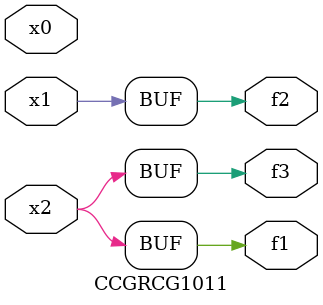
<source format=v>
module CCGRCG1011(
	input x0, x1, x2,
	output f1, f2, f3
);
	assign f1 = x2;
	assign f2 = x1;
	assign f3 = x2;
endmodule

</source>
